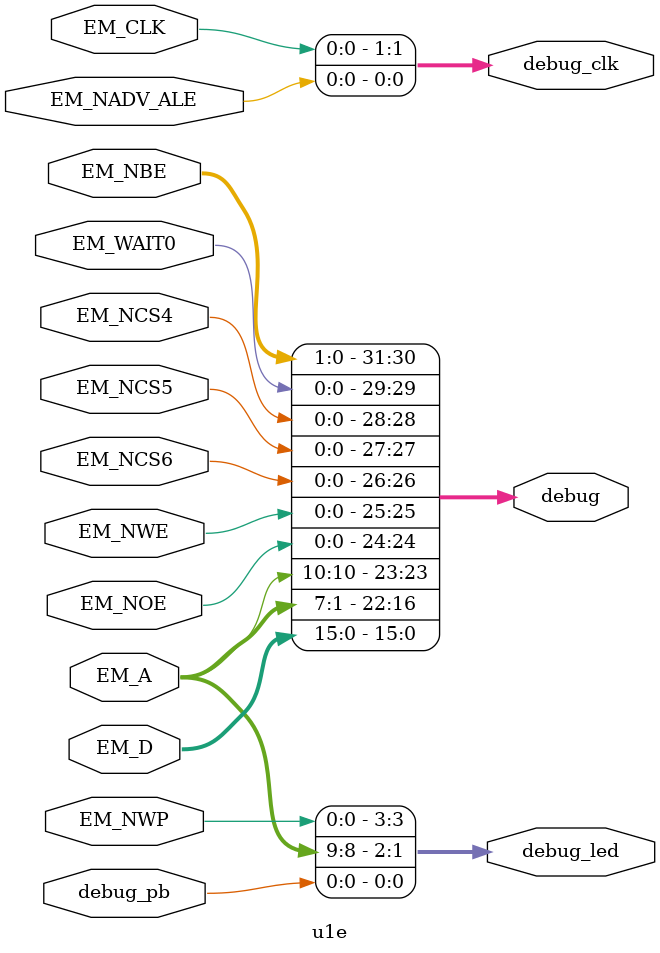
<source format=v>
`timescale 1ns / 1ps

//`define DCM 1

module u1e
  (output [3:0] debug_led, output [31:0] debug, output [1:0] debug_clk,
   input debug_pb,

   // GPMC
   input EM_CLK, input [15:0] EM_D, input [10:1] EM_A, input [1:0] EM_NBE,
   input EM_WAIT0, input EM_NCS4, input EM_NCS5, input EM_NCS6, input EM_NWE, input EM_NOE,
   input EM_NADV_ALE, input EM_NWP
   );

   assign debug_clk = {EM_CLK, EM_NADV_ALE};

   assign debug_led = {EM_NWP, EM_A[9], EM_A[8], debug_pb};

   assign debug = { { EM_NBE[1:0], EM_WAIT0, EM_NCS4, EM_NCS5, EM_NCS6, EM_NWE, EM_NOE },
		    { EM_A[10], EM_A[7:1] },
		    { EM_D[15:8] },
		    { EM_D[7:0] } };
   

endmodule // u1e

</source>
